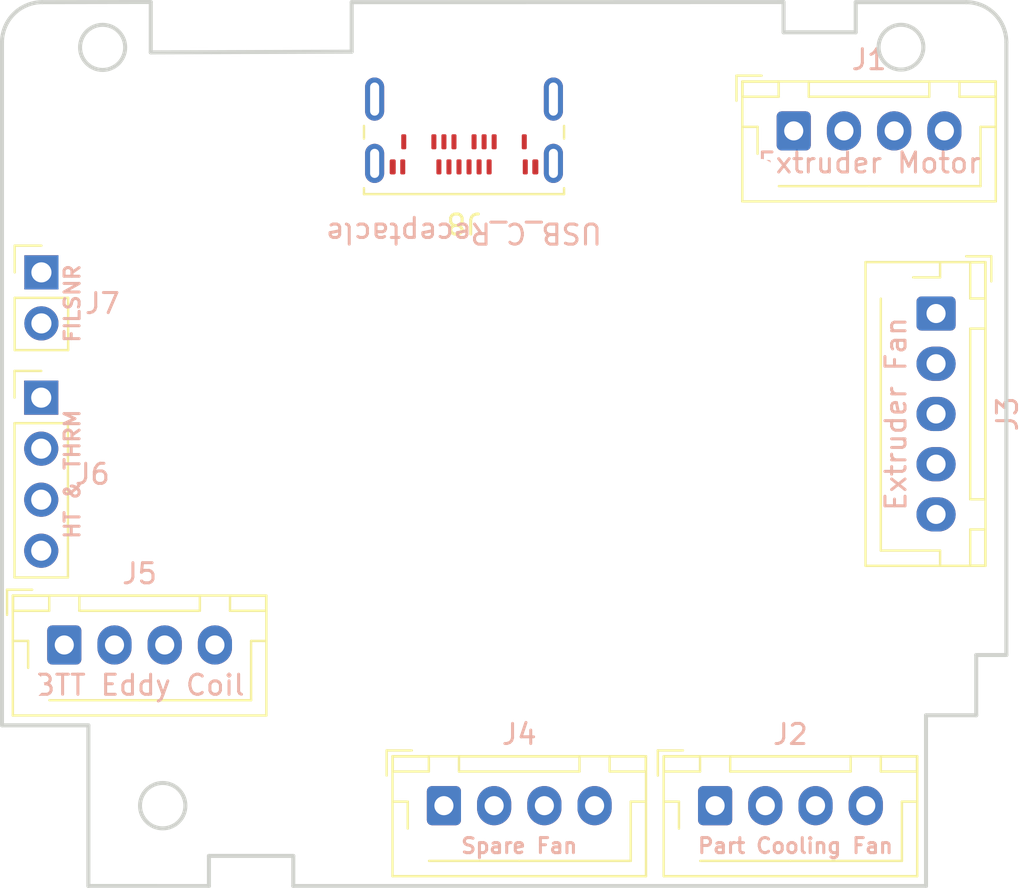
<source format=kicad_pcb>
(kicad_pcb (version 20241229) (generator "pcbnew") (generator_version "9.0")
  (layers (0 "F.Cu" signal) (2 "B.Cu" signal) (13 "F.Paste" user) (15 "B.Paste" user) (5 "F.SilkS" user "F.Silkscreen") (7 "B.SilkS" user "B.Silkscreen") (1 "F.Mask" user) (3 "B.Mask" user) (25 "Edge.Cuts" user))
  (net 0 "")
  (net 28 "Net-(J8-VBUS-PadA4)")
  (net 32 "Net-(J8-GND-PadA1)")
  (footprint "Connector_USB:USB_C_Receptacle_Amphenol_124019772112A" (layer "F.Cu") (at 123.5 55.5 180)
    (property "Reference" "J8" (at 0 -6 180) (layer "F.SilkS"))
    (property "Value" "USB_C_Receptacle" (at 0 -6.5 180) (layer "B.SilkS"))
    (fp_line (start 4.98 -1.16) (end 4.98 -1.79) (stroke (width 0.12)) (layer "F.SilkS"))
    (fp_line (start 4.98 -4.26) (end 4.98 -4.555) (stroke (width 0.12)) (layer "F.SilkS"))
    (fp_line (start 4.98 -4.555) (end -4.98 -4.555) (stroke (width 0.12)) (layer "F.SilkS"))
    (fp_line (start -4.98 -1.16) (end -4.98 -1.79) (stroke (width 0.12)) (layer "F.SilkS"))
    (fp_line (start -4.98 -4.555) (end -4.98 -4.26) (stroke (width 0.12)) (layer "F.SilkS"))
    (pad "A1" smd roundrect (at -3.55 -3.2 180) (size 0.3 0.75) (layers "F.Cu" "F.Mask" "F.Paste") (net 32 "Net-(J8-GND-PadA1)"))
    (pad "A1" smd roundrect (at -3.05 -3.2 180) (size 0.25 0.75) (layers "F.Cu" "F.Mask" "F.Paste") (net 32 "Net-(J8-GND-PadA1)"))
    (pad "A1" smd roundrect (at 3.55 -3.2 180) (size 0.3 0.75) (layers "F.Cu" "F.Mask" "F.Paste") (net 32 "Net-(J8-GND-PadA1)"))
    (pad "A4" smd roundrect (at -1.25 -3.2 180) (size 0.25 0.75) (layers "F.Cu" "F.Mask" "F.Paste") (net 28 "Net-(J8-VBUS-PadA4)"))
    (pad "A5" smd roundrect (at -0.75 -3.2 180) (size 0.25 0.75) (layers "F.Cu" "F.Mask" "F.Paste"))
    (pad "A6" smd roundrect (at -0.25 -3.2 180) (size 0.25 0.75) (layers "F.Cu" "F.Mask" "F.Paste"))
    (pad "A7" smd roundrect (at 0.25 -3.2 180) (size 0.25 0.75) (layers "F.Cu" "F.Mask" "F.Paste"))
    (pad "A8" smd roundrect (at 0.75 -3.2 180) (size 0.25 0.75) (layers "F.Cu" "F.Mask" "F.Paste"))
    (pad "A9" smd roundrect (at 1.25 -3.2 180) (size 0.25 0.75) (layers "F.Cu" "F.Mask" "F.Paste") (net 28 "Net-(J8-VBUS-PadA4)"))
    (pad "A12" smd roundrect (at 3.05 -3.2 180) (size 0.25 0.75) (layers "F.Cu" "F.Mask" "F.Paste") (net 32 "Net-(J8-GND-PadA1)"))
    (pad "B1" smd roundrect (at 3 -1.95 180) (size 0.25 0.75) (layers "F.Cu" "F.Mask" "F.Paste") (net 32 "Net-(J8-GND-PadA1)"))
    (pad "B4" smd roundrect (at 1.5 -1.95 180) (size 0.25 0.75) (layers "F.Cu" "F.Mask" "F.Paste") (net 28 "Net-(J8-VBUS-PadA4)"))
    (pad "B5" smd roundrect (at 1 -1.95 180) (size 0.25 0.75) (layers "F.Cu" "F.Mask" "F.Paste"))
    (pad "B6" smd roundrect (at 0.5 -1.95 180) (size 0.25 0.75) (layers "F.Cu" "F.Mask" "F.Paste"))
    (pad "B7" smd roundrect (at -0.5 -1.95 180) (size 0.25 0.75) (layers "F.Cu" "F.Mask" "F.Paste"))
    (pad "B8" smd roundrect (at -1 -1.95 180) (size 0.25 0.75) (layers "F.Cu" "F.Mask" "F.Paste"))
    (pad "B9" smd roundrect (at -1.5 -1.95 180) (size 0.25 0.75) (layers "F.Cu" "F.Mask" "F.Paste") (net 28 "Net-(J8-VBUS-PadA4)"))
    (pad "B12" smd roundrect (at -3 -1.95 180) (size 0.25 0.75) (layers "F.Cu" "F.Mask" "F.Paste") (net 32 "Net-(J8-GND-PadA1)"))
    (pad "S1" thru_hole oval (at -4.45 -3.025 180) (size 0.95 1.95) (drill oval 0.45 1.45) (property pad_prop_heatsink) (layers "*.Cu" "*.Mask"))
    (pad "S1" thru_hole oval (at -4.45 0.175 180) (size 0.95 2.15) (drill oval 0.45 1.65) (property pad_prop_heatsink) (layers "*.Cu" "*.Mask"))
    (pad "S1" thru_hole oval (at 4.45 -3.025 180) (size 0.95 1.95) (drill oval 0.45 1.45) (property pad_prop_heatsink) (layers "*.Cu" "*.Mask"))
    (pad "S1" thru_hole oval (at 4.45 0.175 180) (size 0.95 2.15) (drill oval 0.45 1.65) (property pad_prop_heatsink) (layers "*.Cu" "*.Mask"))
  )
  (footprint "Connector_JST:JST_XH_B4B-XH-AM_1x04_P2.50mm_Vertical" (layer "F.Cu") (at 139.914228 56.907463)
    (property "Reference" "J1" (at 3.75 -3.55 0) (layer "B.SilkS"))
    (property "Value" "Extruder Motor" (at 3.75 1.592537 0) (layer "B.SilkS"))
    (fp_line (start -2.85 -2.75) (end -2.85 -1.5) (stroke (width 0.12)) (layer "F.SilkS"))
    (fp_line (start -2.56 -2.46) (end -2.56 3.51) (stroke (width 0.12)) (layer "F.SilkS"))
    (fp_line (start -2.56 3.51) (end 10.06 3.51) (stroke (width 0.12)) (layer "F.SilkS"))
    (fp_line (start -2.55 -2.45) (end -2.55 -1.7) (stroke (width 0.12)) (layer "F.SilkS"))
    (fp_line (start -2.55 -1.7) (end -0.75 -1.7) (stroke (width 0.12)) (layer "F.SilkS"))
    (fp_line (start -2.55 -0.2) (end -1.8 -0.2) (stroke (width 0.12)) (layer "F.SilkS"))
    (fp_line (start -1.8 -0.2) (end -1.8 1.14) (stroke (width 0.12)) (layer "F.SilkS"))
    (fp_line (start -1.6 -2.75) (end -2.85 -2.75) (stroke (width 0.12)) (layer "F.SilkS"))
    (fp_line (start -0.75 -2.45) (end -2.55 -2.45) (stroke (width 0.12)) (layer "F.SilkS"))
    (fp_line (start -0.75 -1.7) (end -0.75 -2.45) (stroke (width 0.12)) (layer "F.SilkS"))
    (fp_line (start 0.75 -2.45) (end 0.75 -1.7) (stroke (width 0.12)) (layer "F.SilkS"))
    (fp_line (start 0.75 -1.7) (end 6.75 -1.7) (stroke (width 0.12)) (layer "F.SilkS"))
    (fp_line (start 3.75 2.75) (end -0.74 2.75) (stroke (width 0.12)) (layer "F.SilkS"))
    (fp_line (start 6.75 -2.45) (end 0.75 -2.45) (stroke (width 0.12)) (layer "F.SilkS"))
    (fp_line (start 6.75 -1.7) (end 6.75 -2.45) (stroke (width 0.12)) (layer "F.SilkS"))
    (fp_line (start 8.25 -2.45) (end 8.25 -1.7) (stroke (width 0.12)) (layer "F.SilkS"))
    (fp_line (start 8.25 -1.7) (end 10.05 -1.7) (stroke (width 0.12)) (layer "F.SilkS"))
    (fp_line (start 9.3 -0.2) (end 9.3 2.75) (stroke (width 0.12)) (layer "F.SilkS"))
    (fp_line (start 9.3 2.75) (end 3.75 2.75) (stroke (width 0.12)) (layer "F.SilkS"))
    (fp_line (start 10.05 -2.45) (end 8.25 -2.45) (stroke (width 0.12)) (layer "F.SilkS"))
    (fp_line (start 10.05 -1.7) (end 10.05 -2.45) (stroke (width 0.12)) (layer "F.SilkS"))
    (fp_line (start 10.05 -0.2) (end 9.3 -0.2) (stroke (width 0.12)) (layer "F.SilkS"))
    (fp_line (start 10.06 -2.46) (end -2.56 -2.46) (stroke (width 0.12)) (layer "F.SilkS"))
    (fp_line (start 10.06 3.51) (end 10.06 -2.46) (stroke (width 0.12)) (layer "F.SilkS"))
    (pad "" np_thru_hole circle (at -1.6 2) (size 1.2 1.2) (drill 1.2) (layers "*.Cu" "*.Mask"))
    (pad "1" thru_hole roundrect (at 0 0) (size 1.7 1.95) (drill 0.95) (layers "*.Cu" "*.Mask") (roundrect_rratio 0.147059))
    (pad "2" thru_hole oval (at 2.5 0) (size 1.7 1.95) (drill 0.95) (layers "*.Cu" "*.Mask"))
    (pad "3" thru_hole oval (at 5 0) (size 1.7 1.95) (drill 0.95) (layers "*.Cu" "*.Mask"))
    (pad "4" thru_hole oval (at 7.5 0) (size 1.7 1.95) (drill 0.95) (layers "*.Cu" "*.Mask"))
  )
  (footprint "Connector_JST:JST_XH_B5B-XH-AM_1x05_P2.50mm_Vertical" (layer "F.Cu") (at 147 66 -90)
    (property "Reference" "J3" (at 5 -3.55 90) (layer "B.SilkS"))
    (property "Value" "Extruder Fan" (at 5 2 90) (layer "B.SilkS"))
    (fp_line (start -2.56 3.51) (end 12.56 3.51) (stroke (width 0.12)) (layer "F.SilkS"))
    (fp_line (start 12.56 3.51) (end 12.56 -2.46) (stroke (width 0.12)) (layer "F.SilkS"))
    (fp_line (start 5 2.75) (end -0.74 2.75) (stroke (width 0.12)) (layer "F.SilkS"))
    (fp_line (start 11.8 2.75) (end 5 2.75) (stroke (width 0.12)) (layer "F.SilkS"))
    (fp_line (start -2.55 -0.2) (end -1.8 -0.2) (stroke (width 0.12)) (layer "F.SilkS"))
    (fp_line (start -1.8 -0.2) (end -1.8 1.14) (stroke (width 0.12)) (layer "F.SilkS"))
    (fp_line (start 11.8 -0.2) (end 11.8 2.75) (stroke (width 0.12)) (layer "F.SilkS"))
    (fp_line (start 12.55 -0.2) (end 11.8 -0.2) (stroke (width 0.12)) (layer "F.SilkS"))
    (fp_line (start -2.55 -1.7) (end -0.75 -1.7) (stroke (width 0.12)) (layer "F.SilkS"))
    (fp_line (start -0.75 -1.7) (end -0.75 -2.45) (stroke (width 0.12)) (layer "F.SilkS"))
    (fp_line (start 0.75 -1.7) (end 9.25 -1.7) (stroke (width 0.12)) (layer "F.SilkS"))
    (fp_line (start 9.25 -1.7) (end 9.25 -2.45) (stroke (width 0.12)) (layer "F.SilkS"))
    (fp_line (start 10.75 -1.7) (end 12.55 -1.7) (stroke (width 0.12)) (layer "F.SilkS"))
    (fp_line (start 12.55 -1.7) (end 12.55 -2.45) (stroke (width 0.12)) (layer "F.SilkS"))
    (fp_line (start -2.55 -2.45) (end -2.55 -1.7) (stroke (width 0.12)) (layer "F.SilkS"))
    (fp_line (start -0.75 -2.45) (end -2.55 -2.45) (stroke (width 0.12)) (layer "F.SilkS"))
    (fp_line (start 0.75 -2.45) (end 0.75 -1.7) (stroke (width 0.12)) (layer "F.SilkS"))
    (fp_line (start 9.25 -2.45) (end 0.75 -2.45) (stroke (width 0.12)) (layer "F.SilkS"))
    (fp_line (start 10.75 -2.45) (end 10.75 -1.7) (stroke (width 0.12)) (layer "F.SilkS"))
    (fp_line (start 12.55 -2.45) (end 10.75 -2.45) (stroke (width 0.12)) (layer "F.SilkS"))
    (fp_line (start -2.56 -2.46) (end -2.56 3.51) (stroke (width 0.12)) (layer "F.SilkS"))
    (fp_line (start 12.56 -2.46) (end -2.56 -2.46) (stroke (width 0.12)) (layer "F.SilkS"))
    (fp_line (start -2.85 -2.75) (end -2.85 -1.5) (stroke (width 0.12)) (layer "F.SilkS"))
    (fp_line (start -1.6 -2.75) (end -2.85 -2.75) (stroke (width 0.12)) (layer "F.SilkS"))
    (pad "" np_thru_hole circle (at -1.6 2 270) (size 1.2 1.2) (drill 1.2) (layers "*.Cu" "*.Mask"))
    (pad "1" thru_hole roundrect (at 0 0 270) (size 1.7 1.95) (drill 0.95) (layers "*.Cu" "*.Mask") (roundrect_rratio 0.147059))
    (pad "2" thru_hole oval (at 2.5 0 270) (size 1.7 1.95) (drill 0.95) (layers "*.Cu" "*.Mask"))
    (pad "3" thru_hole oval (at 5 0 270) (size 1.7 1.95) (drill 0.95) (layers "*.Cu" "*.Mask"))
    (pad "4" thru_hole oval (at 7.5 0 270) (size 1.7 1.95) (drill 0.95) (layers "*.Cu" "*.Mask"))
    (pad "5" thru_hole oval (at 10 0 270) (size 1.7 1.95) (drill 0.95) (layers "*.Cu" "*.Mask"))
  )
  (footprint "Connector_JST:JST_XH_B4B-XH-AM_1x04_P2.50mm_Vertical" (layer "F.Cu") (at 136 90.5)
    (property "Reference" "J2" (at 3.75 -3.55 0) (layer "B.SilkS"))
    (property "Value" "Part Cooling Fan" (at 4 2 0) (layer "B.SilkS") (effects (font (size 0.75 0.75))))
    (fp_line (start -2.85 -2.75) (end -2.85 -1.5) (stroke (width 0.12)) (layer "F.SilkS"))
    (fp_line (start -2.56 -2.46) (end -2.56 3.51) (stroke (width 0.12)) (layer "F.SilkS"))
    (fp_line (start -2.56 3.51) (end 10.06 3.51) (stroke (width 0.12)) (layer "F.SilkS"))
    (fp_line (start -2.55 -2.45) (end -2.55 -1.7) (stroke (width 0.12)) (layer "F.SilkS"))
    (fp_line (start -2.55 -1.7) (end -0.75 -1.7) (stroke (width 0.12)) (layer "F.SilkS"))
    (fp_line (start -2.55 -0.2) (end -1.8 -0.2) (stroke (width 0.12)) (layer "F.SilkS"))
    (fp_line (start -1.8 -0.2) (end -1.8 1.14) (stroke (width 0.12)) (layer "F.SilkS"))
    (fp_line (start -1.6 -2.75) (end -2.85 -2.75) (stroke (width 0.12)) (layer "F.SilkS"))
    (fp_line (start -0.75 -2.45) (end -2.55 -2.45) (stroke (width 0.12)) (layer "F.SilkS"))
    (fp_line (start -0.75 -1.7) (end -0.75 -2.45) (stroke (width 0.12)) (layer "F.SilkS"))
    (fp_line (start 0.75 -2.45) (end 0.75 -1.7) (stroke (width 0.12)) (layer "F.SilkS"))
    (fp_line (start 0.75 -1.7) (end 6.75 -1.7) (stroke (width 0.12)) (layer "F.SilkS"))
    (fp_line (start 3.75 2.75) (end -0.74 2.75) (stroke (width 0.12)) (layer "F.SilkS"))
    (fp_line (start 6.75 -2.45) (end 0.75 -2.45) (stroke (width 0.12)) (layer "F.SilkS"))
    (fp_line (start 6.75 -1.7) (end 6.75 -2.45) (stroke (width 0.12)) (layer "F.SilkS"))
    (fp_line (start 8.25 -2.45) (end 8.25 -1.7) (stroke (width 0.12)) (layer "F.SilkS"))
    (fp_line (start 8.25 -1.7) (end 10.05 -1.7) (stroke (width 0.12)) (layer "F.SilkS"))
    (fp_line (start 9.3 -0.2) (end 9.3 2.75) (stroke (width 0.12)) (layer "F.SilkS"))
    (fp_line (start 9.3 2.75) (end 3.75 2.75) (stroke (width 0.12)) (layer "F.SilkS"))
    (fp_line (start 10.05 -2.45) (end 8.25 -2.45) (stroke (width 0.12)) (layer "F.SilkS"))
    (fp_line (start 10.05 -1.7) (end 10.05 -2.45) (stroke (width 0.12)) (layer "F.SilkS"))
    (fp_line (start 10.05 -0.2) (end 9.3 -0.2) (stroke (width 0.12)) (layer "F.SilkS"))
    (fp_line (start 10.06 -2.46) (end -2.56 -2.46) (stroke (width 0.12)) (layer "F.SilkS"))
    (fp_line (start 10.06 3.51) (end 10.06 -2.46) (stroke (width 0.12)) (layer "F.SilkS"))
    (pad "" np_thru_hole circle (at -1.6 2) (size 1.2 1.2) (drill 1.2) (layers "*.Cu" "*.Mask"))
    (pad "1" thru_hole roundrect (at 0 0) (size 1.7 1.95) (drill 0.95) (layers "*.Cu" "*.Mask") (roundrect_rratio 0.147059))
    (pad "2" thru_hole oval (at 2.5 0) (size 1.7 1.95) (drill 0.95) (layers "*.Cu" "*.Mask"))
    (pad "3" thru_hole oval (at 5 0) (size 1.7 1.95) (drill 0.95) (layers "*.Cu" "*.Mask"))
    (pad "4" thru_hole oval (at 7.5 0) (size 1.7 1.95) (drill 0.95) (layers "*.Cu" "*.Mask"))
  )
  (footprint "Connector_JST:JST_XH_B4B-XH-AM_1x04_P2.50mm_Vertical" (layer "F.Cu") (at 103.6 82.5)
    (property "Reference" "J5" (at 3.75 -3.55 0) (layer "B.SilkS"))
    (property "Value" "BTT Eddy Coil" (at 3.75 2 0) (layer "B.SilkS"))
    (fp_line (start -2.85 -2.75) (end -2.85 -1.5) (stroke (width 0.12)) (layer "F.SilkS"))
    (fp_line (start -2.56 -2.46) (end -2.56 3.51) (stroke (width 0.12)) (layer "F.SilkS"))
    (fp_line (start -2.56 3.51) (end 10.06 3.51) (stroke (width 0.12)) (layer "F.SilkS"))
    (fp_line (start -2.55 -2.45) (end -2.55 -1.7) (stroke (width 0.12)) (layer "F.SilkS"))
    (fp_line (start -2.55 -1.7) (end -0.75 -1.7) (stroke (width 0.12)) (layer "F.SilkS"))
    (fp_line (start -2.55 -0.2) (end -1.8 -0.2) (stroke (width 0.12)) (layer "F.SilkS"))
    (fp_line (start -1.8 -0.2) (end -1.8 1.14) (stroke (width 0.12)) (layer "F.SilkS"))
    (fp_line (start -1.6 -2.75) (end -2.85 -2.75) (stroke (width 0.12)) (layer "F.SilkS"))
    (fp_line (start -0.75 -2.45) (end -2.55 -2.45) (stroke (width 0.12)) (layer "F.SilkS"))
    (fp_line (start -0.75 -1.7) (end -0.75 -2.45) (stroke (width 0.12)) (layer "F.SilkS"))
    (fp_line (start 0.75 -2.45) (end 0.75 -1.7) (stroke (width 0.12)) (layer "F.SilkS"))
    (fp_line (start 0.75 -1.7) (end 6.75 -1.7) (stroke (width 0.12)) (layer "F.SilkS"))
    (fp_line (start 3.75 2.75) (end -0.74 2.75) (stroke (width 0.12)) (layer "F.SilkS"))
    (fp_line (start 6.75 -2.45) (end 0.75 -2.45) (stroke (width 0.12)) (layer "F.SilkS"))
    (fp_line (start 6.75 -1.7) (end 6.75 -2.45) (stroke (width 0.12)) (layer "F.SilkS"))
    (fp_line (start 8.25 -2.45) (end 8.25 -1.7) (stroke (width 0.12)) (layer "F.SilkS"))
    (fp_line (start 8.25 -1.7) (end 10.05 -1.7) (stroke (width 0.12)) (layer "F.SilkS"))
    (fp_line (start 9.3 -0.2) (end 9.3 2.75) (stroke (width 0.12)) (layer "F.SilkS"))
    (fp_line (start 9.3 2.75) (end 3.75 2.75) (stroke (width 0.12)) (layer "F.SilkS"))
    (fp_line (start 10.05 -2.45) (end 8.25 -2.45) (stroke (width 0.12)) (layer "F.SilkS"))
    (fp_line (start 10.05 -1.7) (end 10.05 -2.45) (stroke (width 0.12)) (layer "F.SilkS"))
    (fp_line (start 10.05 -0.2) (end 9.3 -0.2) (stroke (width 0.12)) (layer "F.SilkS"))
    (fp_line (start 10.06 -2.46) (end -2.56 -2.46) (stroke (width 0.12)) (layer "F.SilkS"))
    (fp_line (start 10.06 3.51) (end 10.06 -2.46) (stroke (width 0.12)) (layer "F.SilkS"))
    (pad "" np_thru_hole circle (at -1.6 2) (size 1.2 1.2) (drill 1.2) (layers "*.Cu" "*.Mask"))
    (pad "1" thru_hole roundrect (at 0 0) (size 1.7 1.95) (drill 0.95) (layers "*.Cu" "*.Mask") (roundrect_rratio 0.147059))
    (pad "2" thru_hole oval (at 2.5 0) (size 1.7 1.95) (drill 0.95) (layers "*.Cu" "*.Mask"))
    (pad "3" thru_hole oval (at 5 0) (size 1.7 1.95) (drill 0.95) (layers "*.Cu" "*.Mask"))
    (pad "4" thru_hole oval (at 7.5 0) (size 1.7 1.95) (drill 0.95) (layers "*.Cu" "*.Mask"))
  )
  (footprint "Connector_PinHeader_2.54mm:PinHeader_1x02_P2.54mm_Vertical" (layer "F.Cu") (at 102.461879 63.950833)
    (property "Reference" "J7" (at 3.038121 1.549167 0) (layer "B.SilkS"))
    (property "Value" "FILSNR" (at 1.538121 1.549167 90) (layer "B.SilkS") (effects (font (size 0.75 0.75))))
    (fp_line (start -1.33 -1.33) (end 0 -1.33) (stroke (width 0.12)) (layer "F.SilkS"))
    (fp_line (start -1.33 0) (end -1.33 -1.33) (stroke (width 0.12)) (layer "F.SilkS"))
    (fp_line (start -1.33 1.27) (end -1.33 3.87) (stroke (width 0.12)) (layer "F.SilkS"))
    (fp_line (start -1.33 1.27) (end 1.33 1.27) (stroke (width 0.12)) (layer "F.SilkS"))
    (fp_line (start -1.33 3.87) (end 1.33 3.87) (stroke (width 0.12)) (layer "F.SilkS"))
    (fp_line (start 1.33 1.27) (end 1.33 3.87) (stroke (width 0.12)) (layer "F.SilkS"))
    (pad "1" thru_hole rect (at 0 0) (size 1.7 1.7) (drill 1) (layers "*.Cu" "*.Mask"))
    (pad "2" thru_hole oval (at 0 2.54) (size 1.7 1.7) (drill 1) (layers "*.Cu" "*.Mask"))
  )
  (footprint "Connector_PinHeader_2.54mm:PinHeader_1x04_P2.54mm_Vertical" (layer "F.Cu") (at 102.452915 70.188347)
    (property "Reference" "J6" (at 2.547085 3.811653 0) (layer "B.SilkS"))
    (property "Value" "HT & THRM" (at 1.547085 3.811653 90) (layer "B.SilkS") (effects (font (size 0.75 0.75))))
    (fp_line (start -1.33 -1.33) (end 0 -1.33) (stroke (width 0.12)) (layer "F.SilkS"))
    (fp_line (start -1.33 0) (end -1.33 -1.33) (stroke (width 0.12)) (layer "F.SilkS"))
    (fp_line (start -1.33 1.27) (end -1.33 8.95) (stroke (width 0.12)) (layer "F.SilkS"))
    (fp_line (start -1.33 1.27) (end 1.33 1.27) (stroke (width 0.12)) (layer "F.SilkS"))
    (fp_line (start -1.33 8.95) (end 1.33 8.95) (stroke (width 0.12)) (layer "F.SilkS"))
    (fp_line (start 1.33 1.27) (end 1.33 8.95) (stroke (width 0.12)) (layer "F.SilkS"))
    (pad "1" thru_hole rect (at 0 0) (size 1.7 1.7) (drill 1) (layers "*.Cu" "*.Mask"))
    (pad "2" thru_hole oval (at 0 2.54) (size 1.7 1.7) (drill 1) (layers "*.Cu" "*.Mask"))
    (pad "3" thru_hole oval (at 0 5.08) (size 1.7 1.7) (drill 1) (layers "*.Cu" "*.Mask"))
    (pad "4" thru_hole oval (at 0 7.62) (size 1.7 1.7) (drill 1) (layers "*.Cu" "*.Mask"))
  )
  (footprint "Connector_JST:JST_XH_B4B-XH-AM_1x04_P2.50mm_Vertical" (layer "F.Cu") (at 122.5 90.5)
    (property "Reference" "J4" (at 3.75 -3.55 0) (layer "B.SilkS"))
    (property "Value" "Spare Fan" (at 3.75 2 0) (layer "B.SilkS") (effects (font (size 0.75 0.75))))
    (fp_line (start -2.85 -2.75) (end -2.85 -1.5) (stroke (width 0.12)) (layer "F.SilkS"))
    (fp_line (start -2.56 -2.46) (end -2.56 3.51) (stroke (width 0.12)) (layer "F.SilkS"))
    (fp_line (start -2.56 3.51) (end 10.06 3.51) (stroke (width 0.12)) (layer "F.SilkS"))
    (fp_line (start -2.55 -2.45) (end -2.55 -1.7) (stroke (width 0.12)) (layer "F.SilkS"))
    (fp_line (start -2.55 -1.7) (end -0.75 -1.7) (stroke (width 0.12)) (layer "F.SilkS"))
    (fp_line (start -2.55 -0.2) (end -1.8 -0.2) (stroke (width 0.12)) (layer "F.SilkS"))
    (fp_line (start -1.8 -0.2) (end -1.8 1.14) (stroke (width 0.12)) (layer "F.SilkS"))
    (fp_line (start -1.6 -2.75) (end -2.85 -2.75) (stroke (width 0.12)) (layer "F.SilkS"))
    (fp_line (start -0.75 -2.45) (end -2.55 -2.45) (stroke (width 0.12)) (layer "F.SilkS"))
    (fp_line (start -0.75 -1.7) (end -0.75 -2.45) (stroke (width 0.12)) (layer "F.SilkS"))
    (fp_line (start 0.75 -2.45) (end 0.75 -1.7) (stroke (width 0.12)) (layer "F.SilkS"))
    (fp_line (start 0.75 -1.7) (end 6.75 -1.7) (stroke (width 0.12)) (layer "F.SilkS"))
    (fp_line (start 3.75 2.75) (end -0.74 2.75) (stroke (width 0.12)) (layer "F.SilkS"))
    (fp_line (start 6.75 -2.45) (end 0.75 -2.45) (stroke (width 0.12)) (layer "F.SilkS"))
    (fp_line (start 6.75 -1.7) (end 6.75 -2.45) (stroke (width 0.12)) (layer "F.SilkS"))
    (fp_line (start 8.25 -2.45) (end 8.25 -1.7) (stroke (width 0.12)) (layer "F.SilkS"))
    (fp_line (start 8.25 -1.7) (end 10.05 -1.7) (stroke (width 0.12)) (layer "F.SilkS"))
    (fp_line (start 9.3 -0.2) (end 9.3 2.75) (stroke (width 0.12)) (layer "F.SilkS"))
    (fp_line (start 9.3 2.75) (end 3.75 2.75) (stroke (width 0.12)) (layer "F.SilkS"))
    (fp_line (start 10.05 -2.45) (end 8.25 -2.45) (stroke (width 0.12)) (layer "F.SilkS"))
    (fp_line (start 10.05 -1.7) (end 10.05 -2.45) (stroke (width 0.12)) (layer "F.SilkS"))
    (fp_line (start 10.05 -0.2) (end 9.3 -0.2) (stroke (width 0.12)) (layer "F.SilkS"))
    (fp_line (start 10.06 -2.46) (end -2.56 -2.46) (stroke (width 0.12)) (layer "F.SilkS"))
    (fp_line (start 10.06 3.51) (end 10.06 -2.46) (stroke (width 0.12)) (layer "F.SilkS"))
    (pad "" np_thru_hole circle (at -1.6 2) (size 1.2 1.2) (drill 1.2) (layers "*.Cu" "*.Mask"))
    (pad "1" thru_hole roundrect (at 0 0) (size 1.7 1.95) (drill 0.95) (layers "*.Cu" "*.Mask") (roundrect_rratio 0.147059))
    (pad "2" thru_hole oval (at 2.5 0) (size 1.7 1.95) (drill 0.95) (layers "*.Cu" "*.Mask"))
    (pad "3" thru_hole oval (at 5 0) (size 1.7 1.95) (drill 0.95) (layers "*.Cu" "*.Mask"))
    (pad "4" thru_hole oval (at 7.5 0) (size 1.7 1.95) (drill 0.95) (layers "*.Cu" "*.Mask"))
  )
  (gr_line (start 107.905245 50.491614) (end 107.905245 53) (stroke (width 0.2)) (layer "Edge.Cuts"))
  (gr_arc (start 148.5 50.5) (mid 149.914214 51.085786) (end 150.5 52.5) (stroke (width 0.2)) (layer "Edge.Cuts"))
  (gr_circle (center 145.253529 52.740546) (end 144.138266 52.775535) (stroke (width 0.2)) (fill no) (layer "Edge.Cuts"))
  (gr_line (start 146.5 86) (end 146.5 94.5) (stroke (width 0.2)) (layer "Edge.Cuts"))
  (gr_line (start 110.799951 93) (end 110.799951 94.5) (stroke (width 0.2)) (layer "Edge.Cuts"))
  (gr_line (start 139.408154 50.495626) (end 139.408154 52) (stroke (width 0.2)) (layer "Edge.Cuts"))
  (gr_line (start 149 86) (end 146.5 86) (stroke (width 0.2)) (layer "Edge.Cuts"))
  (gr_line (start 139.408154 52) (end 143 52) (stroke (width 0.2)) (layer "Edge.Cuts"))
  (gr_line (start 115 94.5) (end 115 93) (stroke (width 0.2)) (layer "Edge.Cuts"))
  (gr_circle (center 108.5 90.5) (end 107.370204 90.474714) (stroke (width 0.2)) (fill no) (layer "Edge.Cuts"))
  (gr_line (start 117.908154 50.5) (end 139.408154 50.495626) (stroke (width 0.2)) (layer "Edge.Cuts"))
  (gr_line (start 149 83) (end 149 86) (stroke (width 0.2)) (layer "Edge.Cuts"))
  (gr_line (start 110.799951 94.5) (end 104.799571 94.497408) (stroke (width 0.2)) (layer "Edge.Cuts"))
  (gr_line (start 117.908154 52.964374) (end 117.908154 50.5) (stroke (width 0.2)) (layer "Edge.Cuts"))
  (gr_line (start 115 93) (end 110.799951 93) (stroke (width 0.2)) (layer "Edge.Cuts"))
  (gr_line (start 143 50.5) (end 148.5 50.5) (stroke (width 0.2)) (layer "Edge.Cuts"))
  (gr_line (start 146.5 94.5) (end 115 94.5) (stroke (width 0.2)) (layer "Edge.Cuts"))
  (gr_arc (start 100.5 52.5) (mid 101.085786 51.085786) (end 102.5 50.5) (stroke (width 0.2)) (layer "Edge.Cuts"))
  (gr_circle (center 105.508747 52.750705) (end 104.38911 52.842551) (stroke (width 0.2)) (fill no) (layer "Edge.Cuts"))
  (gr_line (start 100.5 86.5) (end 100.5 52.5) (stroke (width 0.2)) (layer "Edge.Cuts"))
  (gr_line (start 143 52) (end 143 50.5) (stroke (width 0.2)) (layer "Edge.Cuts"))
  (gr_line (start 150.5 52.5) (end 150.5 83) (stroke (width 0.2)) (layer "Edge.Cuts"))
  (gr_line (start 104.799571 94.497408) (end 104.799571 86.5) (stroke (width 0.2)) (layer "Edge.Cuts"))
  (gr_line (start 104.799571 86.5) (end 100.5 86.5) (stroke (width 0.2)) (layer "Edge.Cuts"))
  (gr_line (start 107.905245 53) (end 117.908154 52.964374) (stroke (width 0.2)) (layer "Edge.Cuts"))
  (gr_line (start 102.5 50.5) (end 107.905245 50.491614) (stroke (width 0.2)) (layer "Edge.Cuts"))
  (gr_line (start 150.5 83) (end 149 83) (stroke (width 0.2)) (layer "Edge.Cuts"))
)
</source>
